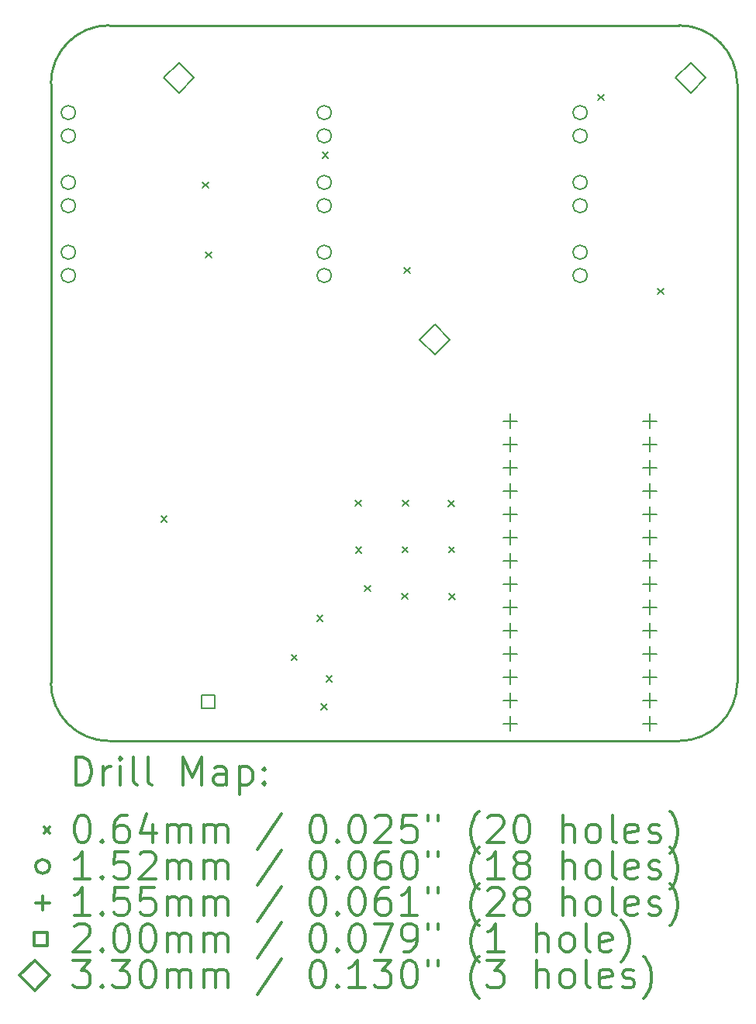
<source format=gbr>
%FSLAX45Y45*%
G04 Gerber Fmt 4.5, Leading zero omitted, Abs format (unit mm)*
G04 Created by KiCad (PCBNEW 5.1.7-a382d34a8~87~ubuntu20.04.1) date 2020-10-21 15:21:17*
%MOMM*%
%LPD*%
G01*
G04 APERTURE LIST*
%TA.AperFunction,Profile*%
%ADD10C,0.279400*%
%TD*%
%ADD11C,0.200000*%
%ADD12C,0.300000*%
G04 APERTURE END LIST*
D10*
X12573000Y-12255500D02*
G75*
G02*
X11938000Y-12890500I-635000J0D01*
G01*
X5715000Y-12890500D02*
G75*
G02*
X5080000Y-12255500I0J635000D01*
G01*
X11938000Y-5080000D02*
G75*
G02*
X12573000Y-5715000I0J-635000D01*
G01*
X5080000Y-5715000D02*
G75*
G02*
X5715000Y-5080000I635000J0D01*
G01*
X5715000Y-5080000D02*
X11938000Y-5080000D01*
X5080000Y-12255500D02*
X5080000Y-5715000D01*
X11938000Y-12890500D02*
X5715000Y-12890500D01*
X12573000Y-5715000D02*
X12573000Y-12255500D01*
D11*
X6281560Y-10437180D02*
X6345060Y-10500680D01*
X6345060Y-10437180D02*
X6281560Y-10500680D01*
X6735540Y-6791540D02*
X6799040Y-6855040D01*
X6799040Y-6791540D02*
X6735540Y-6855040D01*
X6767870Y-7551380D02*
X6831370Y-7614880D01*
X6831370Y-7551380D02*
X6767870Y-7614880D01*
X7704510Y-11946020D02*
X7768010Y-12009520D01*
X7768010Y-11946020D02*
X7704510Y-12009520D01*
X7983570Y-11518800D02*
X8047070Y-11582300D01*
X8047070Y-11518800D02*
X7983570Y-11582300D01*
X8032750Y-12485570D02*
X8096250Y-12549070D01*
X8096250Y-12485570D02*
X8032750Y-12549070D01*
X8044280Y-6464580D02*
X8107780Y-6528080D01*
X8107780Y-6464580D02*
X8044280Y-6528080D01*
X8085220Y-12181910D02*
X8148720Y-12245410D01*
X8148720Y-12181910D02*
X8085220Y-12245410D01*
X8405720Y-10264420D02*
X8469220Y-10327920D01*
X8469220Y-10264420D02*
X8405720Y-10327920D01*
X8406740Y-10773540D02*
X8470240Y-10837040D01*
X8470240Y-10773540D02*
X8406740Y-10837040D01*
X8503500Y-11194250D02*
X8567000Y-11257750D01*
X8567000Y-11194250D02*
X8503500Y-11257750D01*
X8913930Y-11279200D02*
X8977430Y-11342700D01*
X8977430Y-11279200D02*
X8913930Y-11342700D01*
X8917140Y-10771540D02*
X8980640Y-10835040D01*
X8980640Y-10771540D02*
X8917140Y-10835040D01*
X8920460Y-10263290D02*
X8983960Y-10326790D01*
X8983960Y-10263290D02*
X8920460Y-10326790D01*
X8938950Y-7724420D02*
X9002450Y-7787920D01*
X9002450Y-7724420D02*
X8938950Y-7787920D01*
X9420590Y-10267000D02*
X9484090Y-10330500D01*
X9484090Y-10267000D02*
X9420590Y-10330500D01*
X9424560Y-10772230D02*
X9488060Y-10835730D01*
X9488060Y-10772230D02*
X9424560Y-10835730D01*
X9429750Y-11284150D02*
X9493250Y-11347650D01*
X9493250Y-11284150D02*
X9429750Y-11347650D01*
X11054750Y-5835160D02*
X11118250Y-5898660D01*
X11118250Y-5835160D02*
X11054750Y-5898660D01*
X11705570Y-7951800D02*
X11769070Y-8015300D01*
X11769070Y-7951800D02*
X11705570Y-8015300D01*
X10934700Y-6794500D02*
G75*
G03*
X10934700Y-6794500I-76200J0D01*
G01*
X10934700Y-7048500D02*
G75*
G03*
X10934700Y-7048500I-76200J0D01*
G01*
X5346700Y-7556500D02*
G75*
G03*
X5346700Y-7556500I-76200J0D01*
G01*
X5346700Y-7810500D02*
G75*
G03*
X5346700Y-7810500I-76200J0D01*
G01*
X8140700Y-7556500D02*
G75*
G03*
X8140700Y-7556500I-76200J0D01*
G01*
X8140700Y-7810500D02*
G75*
G03*
X8140700Y-7810500I-76200J0D01*
G01*
X10934700Y-6032500D02*
G75*
G03*
X10934700Y-6032500I-76200J0D01*
G01*
X10934700Y-6286500D02*
G75*
G03*
X10934700Y-6286500I-76200J0D01*
G01*
X5346700Y-6032500D02*
G75*
G03*
X5346700Y-6032500I-76200J0D01*
G01*
X5346700Y-6286500D02*
G75*
G03*
X5346700Y-6286500I-76200J0D01*
G01*
X10934700Y-7556500D02*
G75*
G03*
X10934700Y-7556500I-76200J0D01*
G01*
X10934700Y-7810500D02*
G75*
G03*
X10934700Y-7810500I-76200J0D01*
G01*
X8140700Y-6032500D02*
G75*
G03*
X8140700Y-6032500I-76200J0D01*
G01*
X8140700Y-6286500D02*
G75*
G03*
X8140700Y-6286500I-76200J0D01*
G01*
X5346700Y-6794500D02*
G75*
G03*
X5346700Y-6794500I-76200J0D01*
G01*
X5346700Y-7048500D02*
G75*
G03*
X5346700Y-7048500I-76200J0D01*
G01*
X8140700Y-6794500D02*
G75*
G03*
X8140700Y-6794500I-76200J0D01*
G01*
X8140700Y-7048500D02*
G75*
G03*
X8140700Y-7048500I-76200J0D01*
G01*
X10096500Y-9320530D02*
X10096500Y-9475470D01*
X10019030Y-9398000D02*
X10173970Y-9398000D01*
X10096500Y-9574530D02*
X10096500Y-9729470D01*
X10019030Y-9652000D02*
X10173970Y-9652000D01*
X10096500Y-9828530D02*
X10096500Y-9983470D01*
X10019030Y-9906000D02*
X10173970Y-9906000D01*
X10096500Y-10082530D02*
X10096500Y-10237470D01*
X10019030Y-10160000D02*
X10173970Y-10160000D01*
X10096500Y-10336530D02*
X10096500Y-10491470D01*
X10019030Y-10414000D02*
X10173970Y-10414000D01*
X10096500Y-10590530D02*
X10096500Y-10745470D01*
X10019030Y-10668000D02*
X10173970Y-10668000D01*
X10096500Y-10844530D02*
X10096500Y-10999470D01*
X10019030Y-10922000D02*
X10173970Y-10922000D01*
X10096500Y-11098530D02*
X10096500Y-11253470D01*
X10019030Y-11176000D02*
X10173970Y-11176000D01*
X10096500Y-11352530D02*
X10096500Y-11507470D01*
X10019030Y-11430000D02*
X10173970Y-11430000D01*
X10096500Y-11606530D02*
X10096500Y-11761470D01*
X10019030Y-11684000D02*
X10173970Y-11684000D01*
X10096500Y-11860530D02*
X10096500Y-12015470D01*
X10019030Y-11938000D02*
X10173970Y-11938000D01*
X10096500Y-12114530D02*
X10096500Y-12269470D01*
X10019030Y-12192000D02*
X10173970Y-12192000D01*
X10096500Y-12368530D02*
X10096500Y-12523470D01*
X10019030Y-12446000D02*
X10173970Y-12446000D01*
X10096500Y-12622530D02*
X10096500Y-12777470D01*
X10019030Y-12700000D02*
X10173970Y-12700000D01*
X11620500Y-9320530D02*
X11620500Y-9475470D01*
X11543030Y-9398000D02*
X11697970Y-9398000D01*
X11620500Y-9574530D02*
X11620500Y-9729470D01*
X11543030Y-9652000D02*
X11697970Y-9652000D01*
X11620500Y-9828530D02*
X11620500Y-9983470D01*
X11543030Y-9906000D02*
X11697970Y-9906000D01*
X11620500Y-10082530D02*
X11620500Y-10237470D01*
X11543030Y-10160000D02*
X11697970Y-10160000D01*
X11620500Y-10336530D02*
X11620500Y-10491470D01*
X11543030Y-10414000D02*
X11697970Y-10414000D01*
X11620500Y-10590530D02*
X11620500Y-10745470D01*
X11543030Y-10668000D02*
X11697970Y-10668000D01*
X11620500Y-10844530D02*
X11620500Y-10999470D01*
X11543030Y-10922000D02*
X11697970Y-10922000D01*
X11620500Y-11098530D02*
X11620500Y-11253470D01*
X11543030Y-11176000D02*
X11697970Y-11176000D01*
X11620500Y-11352530D02*
X11620500Y-11507470D01*
X11543030Y-11430000D02*
X11697970Y-11430000D01*
X11620500Y-11606530D02*
X11620500Y-11761470D01*
X11543030Y-11684000D02*
X11697970Y-11684000D01*
X11620500Y-11860530D02*
X11620500Y-12015470D01*
X11543030Y-11938000D02*
X11697970Y-11938000D01*
X11620500Y-12114530D02*
X11620500Y-12269470D01*
X11543030Y-12192000D02*
X11697970Y-12192000D01*
X11620500Y-12368530D02*
X11620500Y-12523470D01*
X11543030Y-12446000D02*
X11697970Y-12446000D01*
X11620500Y-12622530D02*
X11620500Y-12777470D01*
X11543030Y-12700000D02*
X11697970Y-12700000D01*
X6865211Y-12534211D02*
X6865211Y-12392789D01*
X6723789Y-12392789D01*
X6723789Y-12534211D01*
X6865211Y-12534211D01*
X6477000Y-5816600D02*
X6642100Y-5651500D01*
X6477000Y-5486400D01*
X6311900Y-5651500D01*
X6477000Y-5816600D01*
X9271000Y-8674100D02*
X9436100Y-8509000D01*
X9271000Y-8343900D01*
X9105900Y-8509000D01*
X9271000Y-8674100D01*
X12065000Y-5816600D02*
X12230100Y-5651500D01*
X12065000Y-5486400D01*
X11899900Y-5651500D01*
X12065000Y-5816600D01*
D12*
X5352458Y-13370184D02*
X5352458Y-13070184D01*
X5423887Y-13070184D01*
X5466744Y-13084470D01*
X5495316Y-13113041D01*
X5509601Y-13141613D01*
X5523887Y-13198756D01*
X5523887Y-13241613D01*
X5509601Y-13298756D01*
X5495316Y-13327327D01*
X5466744Y-13355899D01*
X5423887Y-13370184D01*
X5352458Y-13370184D01*
X5652458Y-13370184D02*
X5652458Y-13170184D01*
X5652458Y-13227327D02*
X5666744Y-13198756D01*
X5681030Y-13184470D01*
X5709601Y-13170184D01*
X5738173Y-13170184D01*
X5838173Y-13370184D02*
X5838173Y-13170184D01*
X5838173Y-13070184D02*
X5823887Y-13084470D01*
X5838173Y-13098756D01*
X5852458Y-13084470D01*
X5838173Y-13070184D01*
X5838173Y-13098756D01*
X6023887Y-13370184D02*
X5995316Y-13355899D01*
X5981030Y-13327327D01*
X5981030Y-13070184D01*
X6181030Y-13370184D02*
X6152458Y-13355899D01*
X6138173Y-13327327D01*
X6138173Y-13070184D01*
X6523887Y-13370184D02*
X6523887Y-13070184D01*
X6623887Y-13284470D01*
X6723887Y-13070184D01*
X6723887Y-13370184D01*
X6995316Y-13370184D02*
X6995316Y-13213041D01*
X6981030Y-13184470D01*
X6952458Y-13170184D01*
X6895316Y-13170184D01*
X6866744Y-13184470D01*
X6995316Y-13355899D02*
X6966744Y-13370184D01*
X6895316Y-13370184D01*
X6866744Y-13355899D01*
X6852458Y-13327327D01*
X6852458Y-13298756D01*
X6866744Y-13270184D01*
X6895316Y-13255899D01*
X6966744Y-13255899D01*
X6995316Y-13241613D01*
X7138173Y-13170184D02*
X7138173Y-13470184D01*
X7138173Y-13184470D02*
X7166744Y-13170184D01*
X7223887Y-13170184D01*
X7252458Y-13184470D01*
X7266744Y-13198756D01*
X7281030Y-13227327D01*
X7281030Y-13313041D01*
X7266744Y-13341613D01*
X7252458Y-13355899D01*
X7223887Y-13370184D01*
X7166744Y-13370184D01*
X7138173Y-13355899D01*
X7409601Y-13341613D02*
X7423887Y-13355899D01*
X7409601Y-13370184D01*
X7395316Y-13355899D01*
X7409601Y-13341613D01*
X7409601Y-13370184D01*
X7409601Y-13184470D02*
X7423887Y-13198756D01*
X7409601Y-13213041D01*
X7395316Y-13198756D01*
X7409601Y-13184470D01*
X7409601Y-13213041D01*
X5002530Y-13832720D02*
X5066030Y-13896220D01*
X5066030Y-13832720D02*
X5002530Y-13896220D01*
X5409601Y-13700184D02*
X5438173Y-13700184D01*
X5466744Y-13714470D01*
X5481030Y-13728756D01*
X5495316Y-13757327D01*
X5509601Y-13814470D01*
X5509601Y-13885899D01*
X5495316Y-13943041D01*
X5481030Y-13971613D01*
X5466744Y-13985899D01*
X5438173Y-14000184D01*
X5409601Y-14000184D01*
X5381030Y-13985899D01*
X5366744Y-13971613D01*
X5352458Y-13943041D01*
X5338173Y-13885899D01*
X5338173Y-13814470D01*
X5352458Y-13757327D01*
X5366744Y-13728756D01*
X5381030Y-13714470D01*
X5409601Y-13700184D01*
X5638173Y-13971613D02*
X5652458Y-13985899D01*
X5638173Y-14000184D01*
X5623887Y-13985899D01*
X5638173Y-13971613D01*
X5638173Y-14000184D01*
X5909601Y-13700184D02*
X5852458Y-13700184D01*
X5823887Y-13714470D01*
X5809601Y-13728756D01*
X5781030Y-13771613D01*
X5766744Y-13828756D01*
X5766744Y-13943041D01*
X5781030Y-13971613D01*
X5795316Y-13985899D01*
X5823887Y-14000184D01*
X5881030Y-14000184D01*
X5909601Y-13985899D01*
X5923887Y-13971613D01*
X5938173Y-13943041D01*
X5938173Y-13871613D01*
X5923887Y-13843041D01*
X5909601Y-13828756D01*
X5881030Y-13814470D01*
X5823887Y-13814470D01*
X5795316Y-13828756D01*
X5781030Y-13843041D01*
X5766744Y-13871613D01*
X6195316Y-13800184D02*
X6195316Y-14000184D01*
X6123887Y-13685899D02*
X6052458Y-13900184D01*
X6238173Y-13900184D01*
X6352458Y-14000184D02*
X6352458Y-13800184D01*
X6352458Y-13828756D02*
X6366744Y-13814470D01*
X6395316Y-13800184D01*
X6438173Y-13800184D01*
X6466744Y-13814470D01*
X6481030Y-13843041D01*
X6481030Y-14000184D01*
X6481030Y-13843041D02*
X6495316Y-13814470D01*
X6523887Y-13800184D01*
X6566744Y-13800184D01*
X6595316Y-13814470D01*
X6609601Y-13843041D01*
X6609601Y-14000184D01*
X6752458Y-14000184D02*
X6752458Y-13800184D01*
X6752458Y-13828756D02*
X6766744Y-13814470D01*
X6795316Y-13800184D01*
X6838173Y-13800184D01*
X6866744Y-13814470D01*
X6881030Y-13843041D01*
X6881030Y-14000184D01*
X6881030Y-13843041D02*
X6895316Y-13814470D01*
X6923887Y-13800184D01*
X6966744Y-13800184D01*
X6995316Y-13814470D01*
X7009601Y-13843041D01*
X7009601Y-14000184D01*
X7595316Y-13685899D02*
X7338173Y-14071613D01*
X7981030Y-13700184D02*
X8009601Y-13700184D01*
X8038173Y-13714470D01*
X8052458Y-13728756D01*
X8066744Y-13757327D01*
X8081030Y-13814470D01*
X8081030Y-13885899D01*
X8066744Y-13943041D01*
X8052458Y-13971613D01*
X8038173Y-13985899D01*
X8009601Y-14000184D01*
X7981030Y-14000184D01*
X7952458Y-13985899D01*
X7938173Y-13971613D01*
X7923887Y-13943041D01*
X7909601Y-13885899D01*
X7909601Y-13814470D01*
X7923887Y-13757327D01*
X7938173Y-13728756D01*
X7952458Y-13714470D01*
X7981030Y-13700184D01*
X8209601Y-13971613D02*
X8223887Y-13985899D01*
X8209601Y-14000184D01*
X8195316Y-13985899D01*
X8209601Y-13971613D01*
X8209601Y-14000184D01*
X8409601Y-13700184D02*
X8438173Y-13700184D01*
X8466744Y-13714470D01*
X8481030Y-13728756D01*
X8495316Y-13757327D01*
X8509601Y-13814470D01*
X8509601Y-13885899D01*
X8495316Y-13943041D01*
X8481030Y-13971613D01*
X8466744Y-13985899D01*
X8438173Y-14000184D01*
X8409601Y-14000184D01*
X8381030Y-13985899D01*
X8366744Y-13971613D01*
X8352458Y-13943041D01*
X8338173Y-13885899D01*
X8338173Y-13814470D01*
X8352458Y-13757327D01*
X8366744Y-13728756D01*
X8381030Y-13714470D01*
X8409601Y-13700184D01*
X8623887Y-13728756D02*
X8638173Y-13714470D01*
X8666744Y-13700184D01*
X8738173Y-13700184D01*
X8766744Y-13714470D01*
X8781030Y-13728756D01*
X8795316Y-13757327D01*
X8795316Y-13785899D01*
X8781030Y-13828756D01*
X8609601Y-14000184D01*
X8795316Y-14000184D01*
X9066744Y-13700184D02*
X8923887Y-13700184D01*
X8909601Y-13843041D01*
X8923887Y-13828756D01*
X8952458Y-13814470D01*
X9023887Y-13814470D01*
X9052458Y-13828756D01*
X9066744Y-13843041D01*
X9081030Y-13871613D01*
X9081030Y-13943041D01*
X9066744Y-13971613D01*
X9052458Y-13985899D01*
X9023887Y-14000184D01*
X8952458Y-14000184D01*
X8923887Y-13985899D01*
X8909601Y-13971613D01*
X9195316Y-13700184D02*
X9195316Y-13757327D01*
X9309601Y-13700184D02*
X9309601Y-13757327D01*
X9752458Y-14114470D02*
X9738173Y-14100184D01*
X9709601Y-14057327D01*
X9695316Y-14028756D01*
X9681030Y-13985899D01*
X9666744Y-13914470D01*
X9666744Y-13857327D01*
X9681030Y-13785899D01*
X9695316Y-13743041D01*
X9709601Y-13714470D01*
X9738173Y-13671613D01*
X9752458Y-13657327D01*
X9852458Y-13728756D02*
X9866744Y-13714470D01*
X9895316Y-13700184D01*
X9966744Y-13700184D01*
X9995316Y-13714470D01*
X10009601Y-13728756D01*
X10023887Y-13757327D01*
X10023887Y-13785899D01*
X10009601Y-13828756D01*
X9838173Y-14000184D01*
X10023887Y-14000184D01*
X10209601Y-13700184D02*
X10238173Y-13700184D01*
X10266744Y-13714470D01*
X10281030Y-13728756D01*
X10295316Y-13757327D01*
X10309601Y-13814470D01*
X10309601Y-13885899D01*
X10295316Y-13943041D01*
X10281030Y-13971613D01*
X10266744Y-13985899D01*
X10238173Y-14000184D01*
X10209601Y-14000184D01*
X10181030Y-13985899D01*
X10166744Y-13971613D01*
X10152458Y-13943041D01*
X10138173Y-13885899D01*
X10138173Y-13814470D01*
X10152458Y-13757327D01*
X10166744Y-13728756D01*
X10181030Y-13714470D01*
X10209601Y-13700184D01*
X10666744Y-14000184D02*
X10666744Y-13700184D01*
X10795316Y-14000184D02*
X10795316Y-13843041D01*
X10781030Y-13814470D01*
X10752458Y-13800184D01*
X10709601Y-13800184D01*
X10681030Y-13814470D01*
X10666744Y-13828756D01*
X10981030Y-14000184D02*
X10952458Y-13985899D01*
X10938173Y-13971613D01*
X10923887Y-13943041D01*
X10923887Y-13857327D01*
X10938173Y-13828756D01*
X10952458Y-13814470D01*
X10981030Y-13800184D01*
X11023887Y-13800184D01*
X11052458Y-13814470D01*
X11066744Y-13828756D01*
X11081030Y-13857327D01*
X11081030Y-13943041D01*
X11066744Y-13971613D01*
X11052458Y-13985899D01*
X11023887Y-14000184D01*
X10981030Y-14000184D01*
X11252458Y-14000184D02*
X11223887Y-13985899D01*
X11209601Y-13957327D01*
X11209601Y-13700184D01*
X11481030Y-13985899D02*
X11452458Y-14000184D01*
X11395316Y-14000184D01*
X11366744Y-13985899D01*
X11352458Y-13957327D01*
X11352458Y-13843041D01*
X11366744Y-13814470D01*
X11395316Y-13800184D01*
X11452458Y-13800184D01*
X11481030Y-13814470D01*
X11495316Y-13843041D01*
X11495316Y-13871613D01*
X11352458Y-13900184D01*
X11609601Y-13985899D02*
X11638173Y-14000184D01*
X11695316Y-14000184D01*
X11723887Y-13985899D01*
X11738173Y-13957327D01*
X11738173Y-13943041D01*
X11723887Y-13914470D01*
X11695316Y-13900184D01*
X11652458Y-13900184D01*
X11623887Y-13885899D01*
X11609601Y-13857327D01*
X11609601Y-13843041D01*
X11623887Y-13814470D01*
X11652458Y-13800184D01*
X11695316Y-13800184D01*
X11723887Y-13814470D01*
X11838173Y-14114470D02*
X11852458Y-14100184D01*
X11881030Y-14057327D01*
X11895316Y-14028756D01*
X11909601Y-13985899D01*
X11923887Y-13914470D01*
X11923887Y-13857327D01*
X11909601Y-13785899D01*
X11895316Y-13743041D01*
X11881030Y-13714470D01*
X11852458Y-13671613D01*
X11838173Y-13657327D01*
X5066030Y-14260470D02*
G75*
G03*
X5066030Y-14260470I-76200J0D01*
G01*
X5509601Y-14396184D02*
X5338173Y-14396184D01*
X5423887Y-14396184D02*
X5423887Y-14096184D01*
X5395316Y-14139041D01*
X5366744Y-14167613D01*
X5338173Y-14181899D01*
X5638173Y-14367613D02*
X5652458Y-14381899D01*
X5638173Y-14396184D01*
X5623887Y-14381899D01*
X5638173Y-14367613D01*
X5638173Y-14396184D01*
X5923887Y-14096184D02*
X5781030Y-14096184D01*
X5766744Y-14239041D01*
X5781030Y-14224756D01*
X5809601Y-14210470D01*
X5881030Y-14210470D01*
X5909601Y-14224756D01*
X5923887Y-14239041D01*
X5938173Y-14267613D01*
X5938173Y-14339041D01*
X5923887Y-14367613D01*
X5909601Y-14381899D01*
X5881030Y-14396184D01*
X5809601Y-14396184D01*
X5781030Y-14381899D01*
X5766744Y-14367613D01*
X6052458Y-14124756D02*
X6066744Y-14110470D01*
X6095316Y-14096184D01*
X6166744Y-14096184D01*
X6195316Y-14110470D01*
X6209601Y-14124756D01*
X6223887Y-14153327D01*
X6223887Y-14181899D01*
X6209601Y-14224756D01*
X6038173Y-14396184D01*
X6223887Y-14396184D01*
X6352458Y-14396184D02*
X6352458Y-14196184D01*
X6352458Y-14224756D02*
X6366744Y-14210470D01*
X6395316Y-14196184D01*
X6438173Y-14196184D01*
X6466744Y-14210470D01*
X6481030Y-14239041D01*
X6481030Y-14396184D01*
X6481030Y-14239041D02*
X6495316Y-14210470D01*
X6523887Y-14196184D01*
X6566744Y-14196184D01*
X6595316Y-14210470D01*
X6609601Y-14239041D01*
X6609601Y-14396184D01*
X6752458Y-14396184D02*
X6752458Y-14196184D01*
X6752458Y-14224756D02*
X6766744Y-14210470D01*
X6795316Y-14196184D01*
X6838173Y-14196184D01*
X6866744Y-14210470D01*
X6881030Y-14239041D01*
X6881030Y-14396184D01*
X6881030Y-14239041D02*
X6895316Y-14210470D01*
X6923887Y-14196184D01*
X6966744Y-14196184D01*
X6995316Y-14210470D01*
X7009601Y-14239041D01*
X7009601Y-14396184D01*
X7595316Y-14081899D02*
X7338173Y-14467613D01*
X7981030Y-14096184D02*
X8009601Y-14096184D01*
X8038173Y-14110470D01*
X8052458Y-14124756D01*
X8066744Y-14153327D01*
X8081030Y-14210470D01*
X8081030Y-14281899D01*
X8066744Y-14339041D01*
X8052458Y-14367613D01*
X8038173Y-14381899D01*
X8009601Y-14396184D01*
X7981030Y-14396184D01*
X7952458Y-14381899D01*
X7938173Y-14367613D01*
X7923887Y-14339041D01*
X7909601Y-14281899D01*
X7909601Y-14210470D01*
X7923887Y-14153327D01*
X7938173Y-14124756D01*
X7952458Y-14110470D01*
X7981030Y-14096184D01*
X8209601Y-14367613D02*
X8223887Y-14381899D01*
X8209601Y-14396184D01*
X8195316Y-14381899D01*
X8209601Y-14367613D01*
X8209601Y-14396184D01*
X8409601Y-14096184D02*
X8438173Y-14096184D01*
X8466744Y-14110470D01*
X8481030Y-14124756D01*
X8495316Y-14153327D01*
X8509601Y-14210470D01*
X8509601Y-14281899D01*
X8495316Y-14339041D01*
X8481030Y-14367613D01*
X8466744Y-14381899D01*
X8438173Y-14396184D01*
X8409601Y-14396184D01*
X8381030Y-14381899D01*
X8366744Y-14367613D01*
X8352458Y-14339041D01*
X8338173Y-14281899D01*
X8338173Y-14210470D01*
X8352458Y-14153327D01*
X8366744Y-14124756D01*
X8381030Y-14110470D01*
X8409601Y-14096184D01*
X8766744Y-14096184D02*
X8709601Y-14096184D01*
X8681030Y-14110470D01*
X8666744Y-14124756D01*
X8638173Y-14167613D01*
X8623887Y-14224756D01*
X8623887Y-14339041D01*
X8638173Y-14367613D01*
X8652458Y-14381899D01*
X8681030Y-14396184D01*
X8738173Y-14396184D01*
X8766744Y-14381899D01*
X8781030Y-14367613D01*
X8795316Y-14339041D01*
X8795316Y-14267613D01*
X8781030Y-14239041D01*
X8766744Y-14224756D01*
X8738173Y-14210470D01*
X8681030Y-14210470D01*
X8652458Y-14224756D01*
X8638173Y-14239041D01*
X8623887Y-14267613D01*
X8981030Y-14096184D02*
X9009601Y-14096184D01*
X9038173Y-14110470D01*
X9052458Y-14124756D01*
X9066744Y-14153327D01*
X9081030Y-14210470D01*
X9081030Y-14281899D01*
X9066744Y-14339041D01*
X9052458Y-14367613D01*
X9038173Y-14381899D01*
X9009601Y-14396184D01*
X8981030Y-14396184D01*
X8952458Y-14381899D01*
X8938173Y-14367613D01*
X8923887Y-14339041D01*
X8909601Y-14281899D01*
X8909601Y-14210470D01*
X8923887Y-14153327D01*
X8938173Y-14124756D01*
X8952458Y-14110470D01*
X8981030Y-14096184D01*
X9195316Y-14096184D02*
X9195316Y-14153327D01*
X9309601Y-14096184D02*
X9309601Y-14153327D01*
X9752458Y-14510470D02*
X9738173Y-14496184D01*
X9709601Y-14453327D01*
X9695316Y-14424756D01*
X9681030Y-14381899D01*
X9666744Y-14310470D01*
X9666744Y-14253327D01*
X9681030Y-14181899D01*
X9695316Y-14139041D01*
X9709601Y-14110470D01*
X9738173Y-14067613D01*
X9752458Y-14053327D01*
X10023887Y-14396184D02*
X9852458Y-14396184D01*
X9938173Y-14396184D02*
X9938173Y-14096184D01*
X9909601Y-14139041D01*
X9881030Y-14167613D01*
X9852458Y-14181899D01*
X10195316Y-14224756D02*
X10166744Y-14210470D01*
X10152458Y-14196184D01*
X10138173Y-14167613D01*
X10138173Y-14153327D01*
X10152458Y-14124756D01*
X10166744Y-14110470D01*
X10195316Y-14096184D01*
X10252458Y-14096184D01*
X10281030Y-14110470D01*
X10295316Y-14124756D01*
X10309601Y-14153327D01*
X10309601Y-14167613D01*
X10295316Y-14196184D01*
X10281030Y-14210470D01*
X10252458Y-14224756D01*
X10195316Y-14224756D01*
X10166744Y-14239041D01*
X10152458Y-14253327D01*
X10138173Y-14281899D01*
X10138173Y-14339041D01*
X10152458Y-14367613D01*
X10166744Y-14381899D01*
X10195316Y-14396184D01*
X10252458Y-14396184D01*
X10281030Y-14381899D01*
X10295316Y-14367613D01*
X10309601Y-14339041D01*
X10309601Y-14281899D01*
X10295316Y-14253327D01*
X10281030Y-14239041D01*
X10252458Y-14224756D01*
X10666744Y-14396184D02*
X10666744Y-14096184D01*
X10795316Y-14396184D02*
X10795316Y-14239041D01*
X10781030Y-14210470D01*
X10752458Y-14196184D01*
X10709601Y-14196184D01*
X10681030Y-14210470D01*
X10666744Y-14224756D01*
X10981030Y-14396184D02*
X10952458Y-14381899D01*
X10938173Y-14367613D01*
X10923887Y-14339041D01*
X10923887Y-14253327D01*
X10938173Y-14224756D01*
X10952458Y-14210470D01*
X10981030Y-14196184D01*
X11023887Y-14196184D01*
X11052458Y-14210470D01*
X11066744Y-14224756D01*
X11081030Y-14253327D01*
X11081030Y-14339041D01*
X11066744Y-14367613D01*
X11052458Y-14381899D01*
X11023887Y-14396184D01*
X10981030Y-14396184D01*
X11252458Y-14396184D02*
X11223887Y-14381899D01*
X11209601Y-14353327D01*
X11209601Y-14096184D01*
X11481030Y-14381899D02*
X11452458Y-14396184D01*
X11395316Y-14396184D01*
X11366744Y-14381899D01*
X11352458Y-14353327D01*
X11352458Y-14239041D01*
X11366744Y-14210470D01*
X11395316Y-14196184D01*
X11452458Y-14196184D01*
X11481030Y-14210470D01*
X11495316Y-14239041D01*
X11495316Y-14267613D01*
X11352458Y-14296184D01*
X11609601Y-14381899D02*
X11638173Y-14396184D01*
X11695316Y-14396184D01*
X11723887Y-14381899D01*
X11738173Y-14353327D01*
X11738173Y-14339041D01*
X11723887Y-14310470D01*
X11695316Y-14296184D01*
X11652458Y-14296184D01*
X11623887Y-14281899D01*
X11609601Y-14253327D01*
X11609601Y-14239041D01*
X11623887Y-14210470D01*
X11652458Y-14196184D01*
X11695316Y-14196184D01*
X11723887Y-14210470D01*
X11838173Y-14510470D02*
X11852458Y-14496184D01*
X11881030Y-14453327D01*
X11895316Y-14424756D01*
X11909601Y-14381899D01*
X11923887Y-14310470D01*
X11923887Y-14253327D01*
X11909601Y-14181899D01*
X11895316Y-14139041D01*
X11881030Y-14110470D01*
X11852458Y-14067613D01*
X11838173Y-14053327D01*
X4988560Y-14579000D02*
X4988560Y-14733940D01*
X4911090Y-14656470D02*
X5066030Y-14656470D01*
X5509601Y-14792184D02*
X5338173Y-14792184D01*
X5423887Y-14792184D02*
X5423887Y-14492184D01*
X5395316Y-14535041D01*
X5366744Y-14563613D01*
X5338173Y-14577899D01*
X5638173Y-14763613D02*
X5652458Y-14777899D01*
X5638173Y-14792184D01*
X5623887Y-14777899D01*
X5638173Y-14763613D01*
X5638173Y-14792184D01*
X5923887Y-14492184D02*
X5781030Y-14492184D01*
X5766744Y-14635041D01*
X5781030Y-14620756D01*
X5809601Y-14606470D01*
X5881030Y-14606470D01*
X5909601Y-14620756D01*
X5923887Y-14635041D01*
X5938173Y-14663613D01*
X5938173Y-14735041D01*
X5923887Y-14763613D01*
X5909601Y-14777899D01*
X5881030Y-14792184D01*
X5809601Y-14792184D01*
X5781030Y-14777899D01*
X5766744Y-14763613D01*
X6209601Y-14492184D02*
X6066744Y-14492184D01*
X6052458Y-14635041D01*
X6066744Y-14620756D01*
X6095316Y-14606470D01*
X6166744Y-14606470D01*
X6195316Y-14620756D01*
X6209601Y-14635041D01*
X6223887Y-14663613D01*
X6223887Y-14735041D01*
X6209601Y-14763613D01*
X6195316Y-14777899D01*
X6166744Y-14792184D01*
X6095316Y-14792184D01*
X6066744Y-14777899D01*
X6052458Y-14763613D01*
X6352458Y-14792184D02*
X6352458Y-14592184D01*
X6352458Y-14620756D02*
X6366744Y-14606470D01*
X6395316Y-14592184D01*
X6438173Y-14592184D01*
X6466744Y-14606470D01*
X6481030Y-14635041D01*
X6481030Y-14792184D01*
X6481030Y-14635041D02*
X6495316Y-14606470D01*
X6523887Y-14592184D01*
X6566744Y-14592184D01*
X6595316Y-14606470D01*
X6609601Y-14635041D01*
X6609601Y-14792184D01*
X6752458Y-14792184D02*
X6752458Y-14592184D01*
X6752458Y-14620756D02*
X6766744Y-14606470D01*
X6795316Y-14592184D01*
X6838173Y-14592184D01*
X6866744Y-14606470D01*
X6881030Y-14635041D01*
X6881030Y-14792184D01*
X6881030Y-14635041D02*
X6895316Y-14606470D01*
X6923887Y-14592184D01*
X6966744Y-14592184D01*
X6995316Y-14606470D01*
X7009601Y-14635041D01*
X7009601Y-14792184D01*
X7595316Y-14477899D02*
X7338173Y-14863613D01*
X7981030Y-14492184D02*
X8009601Y-14492184D01*
X8038173Y-14506470D01*
X8052458Y-14520756D01*
X8066744Y-14549327D01*
X8081030Y-14606470D01*
X8081030Y-14677899D01*
X8066744Y-14735041D01*
X8052458Y-14763613D01*
X8038173Y-14777899D01*
X8009601Y-14792184D01*
X7981030Y-14792184D01*
X7952458Y-14777899D01*
X7938173Y-14763613D01*
X7923887Y-14735041D01*
X7909601Y-14677899D01*
X7909601Y-14606470D01*
X7923887Y-14549327D01*
X7938173Y-14520756D01*
X7952458Y-14506470D01*
X7981030Y-14492184D01*
X8209601Y-14763613D02*
X8223887Y-14777899D01*
X8209601Y-14792184D01*
X8195316Y-14777899D01*
X8209601Y-14763613D01*
X8209601Y-14792184D01*
X8409601Y-14492184D02*
X8438173Y-14492184D01*
X8466744Y-14506470D01*
X8481030Y-14520756D01*
X8495316Y-14549327D01*
X8509601Y-14606470D01*
X8509601Y-14677899D01*
X8495316Y-14735041D01*
X8481030Y-14763613D01*
X8466744Y-14777899D01*
X8438173Y-14792184D01*
X8409601Y-14792184D01*
X8381030Y-14777899D01*
X8366744Y-14763613D01*
X8352458Y-14735041D01*
X8338173Y-14677899D01*
X8338173Y-14606470D01*
X8352458Y-14549327D01*
X8366744Y-14520756D01*
X8381030Y-14506470D01*
X8409601Y-14492184D01*
X8766744Y-14492184D02*
X8709601Y-14492184D01*
X8681030Y-14506470D01*
X8666744Y-14520756D01*
X8638173Y-14563613D01*
X8623887Y-14620756D01*
X8623887Y-14735041D01*
X8638173Y-14763613D01*
X8652458Y-14777899D01*
X8681030Y-14792184D01*
X8738173Y-14792184D01*
X8766744Y-14777899D01*
X8781030Y-14763613D01*
X8795316Y-14735041D01*
X8795316Y-14663613D01*
X8781030Y-14635041D01*
X8766744Y-14620756D01*
X8738173Y-14606470D01*
X8681030Y-14606470D01*
X8652458Y-14620756D01*
X8638173Y-14635041D01*
X8623887Y-14663613D01*
X9081030Y-14792184D02*
X8909601Y-14792184D01*
X8995316Y-14792184D02*
X8995316Y-14492184D01*
X8966744Y-14535041D01*
X8938173Y-14563613D01*
X8909601Y-14577899D01*
X9195316Y-14492184D02*
X9195316Y-14549327D01*
X9309601Y-14492184D02*
X9309601Y-14549327D01*
X9752458Y-14906470D02*
X9738173Y-14892184D01*
X9709601Y-14849327D01*
X9695316Y-14820756D01*
X9681030Y-14777899D01*
X9666744Y-14706470D01*
X9666744Y-14649327D01*
X9681030Y-14577899D01*
X9695316Y-14535041D01*
X9709601Y-14506470D01*
X9738173Y-14463613D01*
X9752458Y-14449327D01*
X9852458Y-14520756D02*
X9866744Y-14506470D01*
X9895316Y-14492184D01*
X9966744Y-14492184D01*
X9995316Y-14506470D01*
X10009601Y-14520756D01*
X10023887Y-14549327D01*
X10023887Y-14577899D01*
X10009601Y-14620756D01*
X9838173Y-14792184D01*
X10023887Y-14792184D01*
X10195316Y-14620756D02*
X10166744Y-14606470D01*
X10152458Y-14592184D01*
X10138173Y-14563613D01*
X10138173Y-14549327D01*
X10152458Y-14520756D01*
X10166744Y-14506470D01*
X10195316Y-14492184D01*
X10252458Y-14492184D01*
X10281030Y-14506470D01*
X10295316Y-14520756D01*
X10309601Y-14549327D01*
X10309601Y-14563613D01*
X10295316Y-14592184D01*
X10281030Y-14606470D01*
X10252458Y-14620756D01*
X10195316Y-14620756D01*
X10166744Y-14635041D01*
X10152458Y-14649327D01*
X10138173Y-14677899D01*
X10138173Y-14735041D01*
X10152458Y-14763613D01*
X10166744Y-14777899D01*
X10195316Y-14792184D01*
X10252458Y-14792184D01*
X10281030Y-14777899D01*
X10295316Y-14763613D01*
X10309601Y-14735041D01*
X10309601Y-14677899D01*
X10295316Y-14649327D01*
X10281030Y-14635041D01*
X10252458Y-14620756D01*
X10666744Y-14792184D02*
X10666744Y-14492184D01*
X10795316Y-14792184D02*
X10795316Y-14635041D01*
X10781030Y-14606470D01*
X10752458Y-14592184D01*
X10709601Y-14592184D01*
X10681030Y-14606470D01*
X10666744Y-14620756D01*
X10981030Y-14792184D02*
X10952458Y-14777899D01*
X10938173Y-14763613D01*
X10923887Y-14735041D01*
X10923887Y-14649327D01*
X10938173Y-14620756D01*
X10952458Y-14606470D01*
X10981030Y-14592184D01*
X11023887Y-14592184D01*
X11052458Y-14606470D01*
X11066744Y-14620756D01*
X11081030Y-14649327D01*
X11081030Y-14735041D01*
X11066744Y-14763613D01*
X11052458Y-14777899D01*
X11023887Y-14792184D01*
X10981030Y-14792184D01*
X11252458Y-14792184D02*
X11223887Y-14777899D01*
X11209601Y-14749327D01*
X11209601Y-14492184D01*
X11481030Y-14777899D02*
X11452458Y-14792184D01*
X11395316Y-14792184D01*
X11366744Y-14777899D01*
X11352458Y-14749327D01*
X11352458Y-14635041D01*
X11366744Y-14606470D01*
X11395316Y-14592184D01*
X11452458Y-14592184D01*
X11481030Y-14606470D01*
X11495316Y-14635041D01*
X11495316Y-14663613D01*
X11352458Y-14692184D01*
X11609601Y-14777899D02*
X11638173Y-14792184D01*
X11695316Y-14792184D01*
X11723887Y-14777899D01*
X11738173Y-14749327D01*
X11738173Y-14735041D01*
X11723887Y-14706470D01*
X11695316Y-14692184D01*
X11652458Y-14692184D01*
X11623887Y-14677899D01*
X11609601Y-14649327D01*
X11609601Y-14635041D01*
X11623887Y-14606470D01*
X11652458Y-14592184D01*
X11695316Y-14592184D01*
X11723887Y-14606470D01*
X11838173Y-14906470D02*
X11852458Y-14892184D01*
X11881030Y-14849327D01*
X11895316Y-14820756D01*
X11909601Y-14777899D01*
X11923887Y-14706470D01*
X11923887Y-14649327D01*
X11909601Y-14577899D01*
X11895316Y-14535041D01*
X11881030Y-14506470D01*
X11852458Y-14463613D01*
X11838173Y-14449327D01*
X5036741Y-15123181D02*
X5036741Y-14981759D01*
X4895319Y-14981759D01*
X4895319Y-15123181D01*
X5036741Y-15123181D01*
X5338173Y-14916756D02*
X5352458Y-14902470D01*
X5381030Y-14888184D01*
X5452458Y-14888184D01*
X5481030Y-14902470D01*
X5495316Y-14916756D01*
X5509601Y-14945327D01*
X5509601Y-14973899D01*
X5495316Y-15016756D01*
X5323887Y-15188184D01*
X5509601Y-15188184D01*
X5638173Y-15159613D02*
X5652458Y-15173899D01*
X5638173Y-15188184D01*
X5623887Y-15173899D01*
X5638173Y-15159613D01*
X5638173Y-15188184D01*
X5838173Y-14888184D02*
X5866744Y-14888184D01*
X5895316Y-14902470D01*
X5909601Y-14916756D01*
X5923887Y-14945327D01*
X5938173Y-15002470D01*
X5938173Y-15073899D01*
X5923887Y-15131041D01*
X5909601Y-15159613D01*
X5895316Y-15173899D01*
X5866744Y-15188184D01*
X5838173Y-15188184D01*
X5809601Y-15173899D01*
X5795316Y-15159613D01*
X5781030Y-15131041D01*
X5766744Y-15073899D01*
X5766744Y-15002470D01*
X5781030Y-14945327D01*
X5795316Y-14916756D01*
X5809601Y-14902470D01*
X5838173Y-14888184D01*
X6123887Y-14888184D02*
X6152458Y-14888184D01*
X6181030Y-14902470D01*
X6195316Y-14916756D01*
X6209601Y-14945327D01*
X6223887Y-15002470D01*
X6223887Y-15073899D01*
X6209601Y-15131041D01*
X6195316Y-15159613D01*
X6181030Y-15173899D01*
X6152458Y-15188184D01*
X6123887Y-15188184D01*
X6095316Y-15173899D01*
X6081030Y-15159613D01*
X6066744Y-15131041D01*
X6052458Y-15073899D01*
X6052458Y-15002470D01*
X6066744Y-14945327D01*
X6081030Y-14916756D01*
X6095316Y-14902470D01*
X6123887Y-14888184D01*
X6352458Y-15188184D02*
X6352458Y-14988184D01*
X6352458Y-15016756D02*
X6366744Y-15002470D01*
X6395316Y-14988184D01*
X6438173Y-14988184D01*
X6466744Y-15002470D01*
X6481030Y-15031041D01*
X6481030Y-15188184D01*
X6481030Y-15031041D02*
X6495316Y-15002470D01*
X6523887Y-14988184D01*
X6566744Y-14988184D01*
X6595316Y-15002470D01*
X6609601Y-15031041D01*
X6609601Y-15188184D01*
X6752458Y-15188184D02*
X6752458Y-14988184D01*
X6752458Y-15016756D02*
X6766744Y-15002470D01*
X6795316Y-14988184D01*
X6838173Y-14988184D01*
X6866744Y-15002470D01*
X6881030Y-15031041D01*
X6881030Y-15188184D01*
X6881030Y-15031041D02*
X6895316Y-15002470D01*
X6923887Y-14988184D01*
X6966744Y-14988184D01*
X6995316Y-15002470D01*
X7009601Y-15031041D01*
X7009601Y-15188184D01*
X7595316Y-14873899D02*
X7338173Y-15259613D01*
X7981030Y-14888184D02*
X8009601Y-14888184D01*
X8038173Y-14902470D01*
X8052458Y-14916756D01*
X8066744Y-14945327D01*
X8081030Y-15002470D01*
X8081030Y-15073899D01*
X8066744Y-15131041D01*
X8052458Y-15159613D01*
X8038173Y-15173899D01*
X8009601Y-15188184D01*
X7981030Y-15188184D01*
X7952458Y-15173899D01*
X7938173Y-15159613D01*
X7923887Y-15131041D01*
X7909601Y-15073899D01*
X7909601Y-15002470D01*
X7923887Y-14945327D01*
X7938173Y-14916756D01*
X7952458Y-14902470D01*
X7981030Y-14888184D01*
X8209601Y-15159613D02*
X8223887Y-15173899D01*
X8209601Y-15188184D01*
X8195316Y-15173899D01*
X8209601Y-15159613D01*
X8209601Y-15188184D01*
X8409601Y-14888184D02*
X8438173Y-14888184D01*
X8466744Y-14902470D01*
X8481030Y-14916756D01*
X8495316Y-14945327D01*
X8509601Y-15002470D01*
X8509601Y-15073899D01*
X8495316Y-15131041D01*
X8481030Y-15159613D01*
X8466744Y-15173899D01*
X8438173Y-15188184D01*
X8409601Y-15188184D01*
X8381030Y-15173899D01*
X8366744Y-15159613D01*
X8352458Y-15131041D01*
X8338173Y-15073899D01*
X8338173Y-15002470D01*
X8352458Y-14945327D01*
X8366744Y-14916756D01*
X8381030Y-14902470D01*
X8409601Y-14888184D01*
X8609601Y-14888184D02*
X8809601Y-14888184D01*
X8681030Y-15188184D01*
X8938173Y-15188184D02*
X8995316Y-15188184D01*
X9023887Y-15173899D01*
X9038173Y-15159613D01*
X9066744Y-15116756D01*
X9081030Y-15059613D01*
X9081030Y-14945327D01*
X9066744Y-14916756D01*
X9052458Y-14902470D01*
X9023887Y-14888184D01*
X8966744Y-14888184D01*
X8938173Y-14902470D01*
X8923887Y-14916756D01*
X8909601Y-14945327D01*
X8909601Y-15016756D01*
X8923887Y-15045327D01*
X8938173Y-15059613D01*
X8966744Y-15073899D01*
X9023887Y-15073899D01*
X9052458Y-15059613D01*
X9066744Y-15045327D01*
X9081030Y-15016756D01*
X9195316Y-14888184D02*
X9195316Y-14945327D01*
X9309601Y-14888184D02*
X9309601Y-14945327D01*
X9752458Y-15302470D02*
X9738173Y-15288184D01*
X9709601Y-15245327D01*
X9695316Y-15216756D01*
X9681030Y-15173899D01*
X9666744Y-15102470D01*
X9666744Y-15045327D01*
X9681030Y-14973899D01*
X9695316Y-14931041D01*
X9709601Y-14902470D01*
X9738173Y-14859613D01*
X9752458Y-14845327D01*
X10023887Y-15188184D02*
X9852458Y-15188184D01*
X9938173Y-15188184D02*
X9938173Y-14888184D01*
X9909601Y-14931041D01*
X9881030Y-14959613D01*
X9852458Y-14973899D01*
X10381030Y-15188184D02*
X10381030Y-14888184D01*
X10509601Y-15188184D02*
X10509601Y-15031041D01*
X10495316Y-15002470D01*
X10466744Y-14988184D01*
X10423887Y-14988184D01*
X10395316Y-15002470D01*
X10381030Y-15016756D01*
X10695316Y-15188184D02*
X10666744Y-15173899D01*
X10652458Y-15159613D01*
X10638173Y-15131041D01*
X10638173Y-15045327D01*
X10652458Y-15016756D01*
X10666744Y-15002470D01*
X10695316Y-14988184D01*
X10738173Y-14988184D01*
X10766744Y-15002470D01*
X10781030Y-15016756D01*
X10795316Y-15045327D01*
X10795316Y-15131041D01*
X10781030Y-15159613D01*
X10766744Y-15173899D01*
X10738173Y-15188184D01*
X10695316Y-15188184D01*
X10966744Y-15188184D02*
X10938173Y-15173899D01*
X10923887Y-15145327D01*
X10923887Y-14888184D01*
X11195316Y-15173899D02*
X11166744Y-15188184D01*
X11109601Y-15188184D01*
X11081030Y-15173899D01*
X11066744Y-15145327D01*
X11066744Y-15031041D01*
X11081030Y-15002470D01*
X11109601Y-14988184D01*
X11166744Y-14988184D01*
X11195316Y-15002470D01*
X11209601Y-15031041D01*
X11209601Y-15059613D01*
X11066744Y-15088184D01*
X11309601Y-15302470D02*
X11323887Y-15288184D01*
X11352458Y-15245327D01*
X11366744Y-15216756D01*
X11381030Y-15173899D01*
X11395316Y-15102470D01*
X11395316Y-15045327D01*
X11381030Y-14973899D01*
X11366744Y-14931041D01*
X11352458Y-14902470D01*
X11323887Y-14859613D01*
X11309601Y-14845327D01*
X4900930Y-15613570D02*
X5066030Y-15448470D01*
X4900930Y-15283370D01*
X4735830Y-15448470D01*
X4900930Y-15613570D01*
X5323887Y-15284184D02*
X5509601Y-15284184D01*
X5409601Y-15398470D01*
X5452458Y-15398470D01*
X5481030Y-15412756D01*
X5495316Y-15427041D01*
X5509601Y-15455613D01*
X5509601Y-15527041D01*
X5495316Y-15555613D01*
X5481030Y-15569899D01*
X5452458Y-15584184D01*
X5366744Y-15584184D01*
X5338173Y-15569899D01*
X5323887Y-15555613D01*
X5638173Y-15555613D02*
X5652458Y-15569899D01*
X5638173Y-15584184D01*
X5623887Y-15569899D01*
X5638173Y-15555613D01*
X5638173Y-15584184D01*
X5752458Y-15284184D02*
X5938173Y-15284184D01*
X5838173Y-15398470D01*
X5881030Y-15398470D01*
X5909601Y-15412756D01*
X5923887Y-15427041D01*
X5938173Y-15455613D01*
X5938173Y-15527041D01*
X5923887Y-15555613D01*
X5909601Y-15569899D01*
X5881030Y-15584184D01*
X5795316Y-15584184D01*
X5766744Y-15569899D01*
X5752458Y-15555613D01*
X6123887Y-15284184D02*
X6152458Y-15284184D01*
X6181030Y-15298470D01*
X6195316Y-15312756D01*
X6209601Y-15341327D01*
X6223887Y-15398470D01*
X6223887Y-15469899D01*
X6209601Y-15527041D01*
X6195316Y-15555613D01*
X6181030Y-15569899D01*
X6152458Y-15584184D01*
X6123887Y-15584184D01*
X6095316Y-15569899D01*
X6081030Y-15555613D01*
X6066744Y-15527041D01*
X6052458Y-15469899D01*
X6052458Y-15398470D01*
X6066744Y-15341327D01*
X6081030Y-15312756D01*
X6095316Y-15298470D01*
X6123887Y-15284184D01*
X6352458Y-15584184D02*
X6352458Y-15384184D01*
X6352458Y-15412756D02*
X6366744Y-15398470D01*
X6395316Y-15384184D01*
X6438173Y-15384184D01*
X6466744Y-15398470D01*
X6481030Y-15427041D01*
X6481030Y-15584184D01*
X6481030Y-15427041D02*
X6495316Y-15398470D01*
X6523887Y-15384184D01*
X6566744Y-15384184D01*
X6595316Y-15398470D01*
X6609601Y-15427041D01*
X6609601Y-15584184D01*
X6752458Y-15584184D02*
X6752458Y-15384184D01*
X6752458Y-15412756D02*
X6766744Y-15398470D01*
X6795316Y-15384184D01*
X6838173Y-15384184D01*
X6866744Y-15398470D01*
X6881030Y-15427041D01*
X6881030Y-15584184D01*
X6881030Y-15427041D02*
X6895316Y-15398470D01*
X6923887Y-15384184D01*
X6966744Y-15384184D01*
X6995316Y-15398470D01*
X7009601Y-15427041D01*
X7009601Y-15584184D01*
X7595316Y-15269899D02*
X7338173Y-15655613D01*
X7981030Y-15284184D02*
X8009601Y-15284184D01*
X8038173Y-15298470D01*
X8052458Y-15312756D01*
X8066744Y-15341327D01*
X8081030Y-15398470D01*
X8081030Y-15469899D01*
X8066744Y-15527041D01*
X8052458Y-15555613D01*
X8038173Y-15569899D01*
X8009601Y-15584184D01*
X7981030Y-15584184D01*
X7952458Y-15569899D01*
X7938173Y-15555613D01*
X7923887Y-15527041D01*
X7909601Y-15469899D01*
X7909601Y-15398470D01*
X7923887Y-15341327D01*
X7938173Y-15312756D01*
X7952458Y-15298470D01*
X7981030Y-15284184D01*
X8209601Y-15555613D02*
X8223887Y-15569899D01*
X8209601Y-15584184D01*
X8195316Y-15569899D01*
X8209601Y-15555613D01*
X8209601Y-15584184D01*
X8509601Y-15584184D02*
X8338173Y-15584184D01*
X8423887Y-15584184D02*
X8423887Y-15284184D01*
X8395316Y-15327041D01*
X8366744Y-15355613D01*
X8338173Y-15369899D01*
X8609601Y-15284184D02*
X8795316Y-15284184D01*
X8695316Y-15398470D01*
X8738173Y-15398470D01*
X8766744Y-15412756D01*
X8781030Y-15427041D01*
X8795316Y-15455613D01*
X8795316Y-15527041D01*
X8781030Y-15555613D01*
X8766744Y-15569899D01*
X8738173Y-15584184D01*
X8652458Y-15584184D01*
X8623887Y-15569899D01*
X8609601Y-15555613D01*
X8981030Y-15284184D02*
X9009601Y-15284184D01*
X9038173Y-15298470D01*
X9052458Y-15312756D01*
X9066744Y-15341327D01*
X9081030Y-15398470D01*
X9081030Y-15469899D01*
X9066744Y-15527041D01*
X9052458Y-15555613D01*
X9038173Y-15569899D01*
X9009601Y-15584184D01*
X8981030Y-15584184D01*
X8952458Y-15569899D01*
X8938173Y-15555613D01*
X8923887Y-15527041D01*
X8909601Y-15469899D01*
X8909601Y-15398470D01*
X8923887Y-15341327D01*
X8938173Y-15312756D01*
X8952458Y-15298470D01*
X8981030Y-15284184D01*
X9195316Y-15284184D02*
X9195316Y-15341327D01*
X9309601Y-15284184D02*
X9309601Y-15341327D01*
X9752458Y-15698470D02*
X9738173Y-15684184D01*
X9709601Y-15641327D01*
X9695316Y-15612756D01*
X9681030Y-15569899D01*
X9666744Y-15498470D01*
X9666744Y-15441327D01*
X9681030Y-15369899D01*
X9695316Y-15327041D01*
X9709601Y-15298470D01*
X9738173Y-15255613D01*
X9752458Y-15241327D01*
X9838173Y-15284184D02*
X10023887Y-15284184D01*
X9923887Y-15398470D01*
X9966744Y-15398470D01*
X9995316Y-15412756D01*
X10009601Y-15427041D01*
X10023887Y-15455613D01*
X10023887Y-15527041D01*
X10009601Y-15555613D01*
X9995316Y-15569899D01*
X9966744Y-15584184D01*
X9881030Y-15584184D01*
X9852458Y-15569899D01*
X9838173Y-15555613D01*
X10381030Y-15584184D02*
X10381030Y-15284184D01*
X10509601Y-15584184D02*
X10509601Y-15427041D01*
X10495316Y-15398470D01*
X10466744Y-15384184D01*
X10423887Y-15384184D01*
X10395316Y-15398470D01*
X10381030Y-15412756D01*
X10695316Y-15584184D02*
X10666744Y-15569899D01*
X10652458Y-15555613D01*
X10638173Y-15527041D01*
X10638173Y-15441327D01*
X10652458Y-15412756D01*
X10666744Y-15398470D01*
X10695316Y-15384184D01*
X10738173Y-15384184D01*
X10766744Y-15398470D01*
X10781030Y-15412756D01*
X10795316Y-15441327D01*
X10795316Y-15527041D01*
X10781030Y-15555613D01*
X10766744Y-15569899D01*
X10738173Y-15584184D01*
X10695316Y-15584184D01*
X10966744Y-15584184D02*
X10938173Y-15569899D01*
X10923887Y-15541327D01*
X10923887Y-15284184D01*
X11195316Y-15569899D02*
X11166744Y-15584184D01*
X11109601Y-15584184D01*
X11081030Y-15569899D01*
X11066744Y-15541327D01*
X11066744Y-15427041D01*
X11081030Y-15398470D01*
X11109601Y-15384184D01*
X11166744Y-15384184D01*
X11195316Y-15398470D01*
X11209601Y-15427041D01*
X11209601Y-15455613D01*
X11066744Y-15484184D01*
X11323887Y-15569899D02*
X11352458Y-15584184D01*
X11409601Y-15584184D01*
X11438173Y-15569899D01*
X11452458Y-15541327D01*
X11452458Y-15527041D01*
X11438173Y-15498470D01*
X11409601Y-15484184D01*
X11366744Y-15484184D01*
X11338173Y-15469899D01*
X11323887Y-15441327D01*
X11323887Y-15427041D01*
X11338173Y-15398470D01*
X11366744Y-15384184D01*
X11409601Y-15384184D01*
X11438173Y-15398470D01*
X11552458Y-15698470D02*
X11566744Y-15684184D01*
X11595316Y-15641327D01*
X11609601Y-15612756D01*
X11623887Y-15569899D01*
X11638173Y-15498470D01*
X11638173Y-15441327D01*
X11623887Y-15369899D01*
X11609601Y-15327041D01*
X11595316Y-15298470D01*
X11566744Y-15255613D01*
X11552458Y-15241327D01*
M02*

</source>
